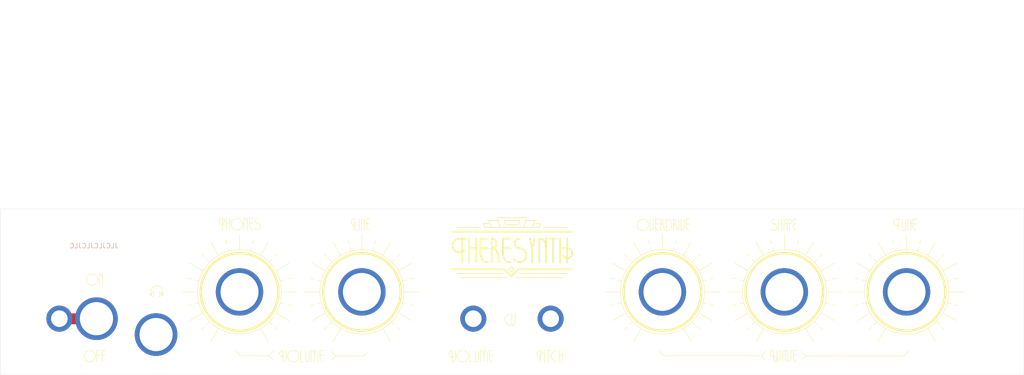
<source format=kicad_pcb>
(kicad_pcb (version 20221018) (generator pcbnew)
  (layers (0 "F.Cu" signal) (31 "B.Cu" signal) (34 "B.Paste" user) (35 "F.Paste" user) (36 "B.SilkS" user "B.Silkscreen") (37 "F.SilkS" user "F.Silkscreen") (38 "B.Mask" user) (39 "F.Mask" user) (44 "Edge.Cuts" user))
  (net 0 "")
  (footprint "theresynth-frontpanel:PotentiometerPanel_Hole" (layer "F.Cu") (at 93.5 147.5)
    (fp_text reference "REF**" hide)
    (fp_text value "PotentiometerPanel_Hole" hide)
    (pad "1" thru_hole circle (at 0 0) (size 10 10) (drill 8) (layers "*.Cu" "*.Mask"))
  )
  (footprint "theresynth-frontpanel:PotentiometerPanel_Hole" (layer "F.Cu") (at 119.5 131.97)
    (fp_text reference "REF**" hide)
    (fp_text value "PotentiometerPanel_Hole" hide)
    (pad "1" thru_hole circle (at -0.18 15.53) (size 10 10) (drill 8) (layers "*.Cu" "*.Mask"))
  )
  (footprint "theresynth-frontpanel:PotentiometerPanel_Hole" (layer "F.Cu") (at 234.5 116.47)
    (fp_text reference "REF**" hide)
    (fp_text value "PotentiometerPanel_Hole" hide)
    (pad "1" thru_hole circle (at -0.27 31.03) (size 10 10) (drill 8) (layers "*.Cu" "*.Mask"))
  )
  (footprint "theresynth-frontpanel:stereo_jack_panel_hole" (layer "F.Cu") (at 75.9 147.5)
    (fp_text reference "REF**" hide)
    (fp_text value "stereo_jack_panel_hole" hide)
    (pad "1" thru_hole circle (at 0 9) (size 9 9) (drill 7) (layers "*.Cu" "*.Mask"))
  )
  (footprint "theresynth-frontpanel:stereo_jack_panel_hole" (layer "F.Cu") (at 63.325 147.5)
    (fp_text reference "REF**" hide)
    (fp_text value "stereo_jack_panel_hole" hide)
    (pad "1" thru_hole circle (at 0 5.65) (size 9 9) (drill 7) (layers "*.Cu" "*.Mask"))
  )
  (footprint "theresynth-frontpanel:led_panel_hole" (layer "F.Cu") (at 55.5 130.77)
    (fp_text reference "REF**" hide)
    (fp_text value "led_panel_hole" hide)
    (pad "1" thru_hole circle (at 0 22.38) (size 5.5 5.5) (drill 3.5) (layers "*.Cu" "*.Mask"))
  )
  (footprint "theresynth-frontpanel:led_panel_hole" (layer "F.Cu") (at 142.8 108.47)
    (fp_text reference "REF**" hide)
    (fp_text value "led_panel_hole" hide)
    (pad "1" thru_hole circle (at 0.02 44.68) (size 5.5 5.5) (drill 3.5) (layers "*.Cu" "*.Mask"))
  )
  (footprint "theresynth-frontpanel:led_panel_hole" (layer "F.Cu") (at 159.1 86.17)
    (fp_text reference "REF**" hide)
    (fp_text value "led_panel_hole" hide)
    (pad "1" thru_hole circle (at 0.04 66.98) (size 5.5 5.5) (drill 3.5) (layers "*.Cu" "*.Mask"))
  )
  (footprint "theresynth-frontpanel:PotentiometerPanel_Hole" (layer "F.Cu") (at 208.5 116.47)
    (fp_text reference "REF**" hide)
    (fp_text value "PotentiometerPanel_Hole" hide)
    (pad "1" thru_hole circle (at -0.05 31.03) (size 10 10) (drill 8) (layers "*.Cu" "*.Mask"))
  )
  (footprint "theresynth-frontpanel:PotentiometerPanel_Hole" (layer "F.Cu") (at 183 116.47)
    (fp_text reference "REF**" hide)
    (fp_text value "PotentiometerPanel_Hole" hide)
    (pad "1" thru_hole circle (at -0.28 31.03) (size 10 10) (drill 8) (layers "*.Cu" "*.Mask"))
  )
  (gr_poly (pts (xy 59.4 154.27) (xy 57.8 154.27) (xy 57.8 152.07) (xy 59.4 152.07)) (stroke (width 0.1)) (fill solid) (layer "F.Cu"))
  (gr_line (start 142.1 159.86) (end 142.1 162.269449) (stroke (width 0.1)) (layer "F.SilkS"))
  (gr_line (start 142.1 162.269449) (end 142.808661 162.269449) (stroke (width 0.1)) (layer "F.SilkS"))
  (gr_curve (pts (xy 137.761419 160.318732) (xy 137.661383 160.593577) (xy 137.743929 160.901642) (xy 137.967985 161.089648)) (stroke (width 0.1)) (layer "F.SilkS"))
  (gr_curve (pts (xy 141.198401 162.1018) (xy 141.57022 161.887131) (xy 141.799269 161.490406) (xy 141.799269 161.061067)) (stroke (width 0.1)) (layer "F.SilkS"))
  (gr_curve (pts (xy 141.799269 161.061067) (xy 141.799269 160.631729) (xy 141.57022 160.235004) (xy 141.198401 160.020335)) (stroke (width 0.1)) (layer "F.SilkS"))
  (gr_curve (pts (xy 143.765256 162.226524) (xy 143.874844 162.167958) (xy 143.942352 162.059723) (xy 143.942352 161.94259)) (stroke (width 0.1)) (layer "F.SilkS"))
  (gr_line (start 143.233858 159.86) (end 143.233858 161.943724) (stroke (width 0.1)) (layer "F.SilkS"))
  (gr_curve (pts (xy 139.996667 162.1018) (xy 140.368485 162.31647) (xy 140.826583 162.31647) (xy 141.198401 162.1018)) (stroke (width 0.1)) (layer "F.SilkS"))
  (gr_curve (pts (xy 143.233971 161.94259) (xy 143.233971 162.059723) (xy 143.30148 162.167958) (xy 143.411067 162.226524)) (stroke (width 0.1)) (layer "F.SilkS"))
  (gr_curve (pts (xy 143.411067 162.226524) (xy 143.520655 162.28509) (xy 143.655669 162.28509) (xy 143.765256 162.226524)) (stroke (width 0.1)) (layer "F.SilkS"))
  (gr_curve (pts (xy 137.967985 161.089648) (xy 138.192041 161.277653) (xy 138.509759 161.30545) (xy 138.763058 161.159209)) (stroke (width 0.1)) (layer "F.SilkS"))
  (gr_curve (pts (xy 138.41496 162.269449) (xy 138.840157 162.269449) (xy 139.123622 161.844252) (xy 139.123622 161.277323)) (stroke (width 0.1)) (layer "F.SilkS"))
  (gr_line (start 145.785039 160.852126) (end 145.785039 162.269449) (stroke (width 0.1)) (layer "F.SilkS"))
  (gr_line (start 146.210236 161.259606) (end 146.210236 159.86) (stroke (width 0.1)) (layer "F.SilkS"))
  (gr_line (start 146.210236 159.86) (end 146.918897 159.86) (stroke (width 0.1)) (layer "F.SilkS"))
  (gr_line (start 138.41496 159.86) (end 138.41496 162.269449) (stroke (width 0.1)) (layer "F.SilkS"))
  (gr_curve (pts (xy 139.395799 161.061067) (xy 139.395799 161.490406) (xy 139.624848 161.887131) (xy 139.996667 162.1018)) (stroke (width 0.1)) (layer "F.SilkS"))
  (gr_curve (pts (xy 141.198401 160.020335) (xy 140.826583 159.805665) (xy 140.368485 159.805665) (xy 139.996667 160.020335)) (stroke (width 0.1)) (layer "F.SilkS"))
  (gr_curve (pts (xy 139.996667 160.020335) (xy 139.624848 160.235004) (xy 139.395799 160.631729) (xy 139.395799 161.061067)) (stroke (width 0.1)) (layer "F.SilkS"))
  (gr_line (start 139.123622 161.277323) (end 139.123622 159.86) (stroke (width 0.1)) (layer "F.SilkS"))
  (gr_line (start 139.395799 161.061067) (end 139.395799 161.061067) (stroke (width 0.1)) (layer "F.SilkS"))
  (gr_line (start 146.918897 160.852126) (end 146.210236 160.852126) (stroke (width 0.1)) (layer "F.SilkS"))
  (gr_line (start 143.942494 161.943865) (end 143.942494 159.860044) (stroke (width 0.1)) (layer "F.SilkS"))
  (gr_curve (pts (xy 144.367716 159.86) (xy 144.792913 159.86) (xy 145.076378 160.285197) (xy 145.076378 160.852126)) (stroke (width 0.1)) (layer "F.SilkS"))
  (gr_curve (pts (xy 138.415193 159.860955) (xy 138.122708 159.860955) (xy 137.861454 160.043887) (xy 137.761419 160.318732)) (stroke (width 0.1)) (layer "F.SilkS"))
  (gr_line (start 145.076378 162.269449) (end 145.076378 159.86) (stroke (width 0.1)) (layer "F.SilkS"))
  (gr_curve (pts (xy 146.918897 162.251732) (xy 146.4937 162.251732) (xy 146.210236 161.826535) (xy 146.210236 161.259606)) (stroke (width 0.1)) (layer "F.SilkS"))
  (gr_line (start 143.233858 161.943724) (end 143.233971 161.94259) (stroke (width 0.1)) (layer "F.SilkS"))
  (gr_line (start 143.942352 161.94259) (end 143.942494 161.943865) (stroke (width 0.1)) (layer "F.SilkS"))
  (gr_line (start 144.367716 162.269449) (end 144.367716 159.86) (stroke (width 0.1)) (layer "F.SilkS"))
  (gr_curve (pts (xy 145.076378 159.86) (xy 145.501574 159.86) (xy 145.785039 160.285197) (xy 145.785039 160.852126)) (stroke (width 0.1)) (layer "F.SilkS"))
  (gr_line (start 211.967321 160.001732) (end 212.959447 160.993858) (stroke (width 0.1)) (layer "F.SilkS"))
  (gr_line (start 212.959447 160.993858) (end 211.967321 161.985984) (stroke (width 0.1)) (layer "F.SilkS"))
  (gr_line (start 212.959447 160.993858) (end 233.707874 160.993858) (stroke (width 0.1)) (layer "F.SilkS"))
  (gr_line (start 218.912204 160.993858) (end 218.912204 160.993858) (stroke (width 0.1)) (layer "F.SilkS"))
  (gr_line (start 233.707874 160.993858) (end 234.7 160.001732) (stroke (width 0.1)) (layer "F.SilkS"))
  (gr_line (start 203.512204 160.970236) (end 204.50433 161.962362) (stroke (width 0.1)) (layer "F.SilkS"))
  (gr_line (start 203.512204 160.970236) (end 182.892126 160.970236) (stroke (width 0.1)) (layer "F.SilkS"))
  (gr_line (start 197.559447 160.970236) (end 197.559447 160.970236) (stroke (width 0.1)) (layer "F.SilkS"))
  (gr_line (start 204.50433 159.97811) (end 203.512204 160.970236) (stroke (width 0.1)) (layer "F.SilkS"))
  (gr_line (start 182.892126 160.97) (end 181.9 159.977874) (stroke (width 0.1)) (layer "F.SilkS"))
  (gr_circle (center 182.72 147.5) (end 190.9 147.5) (stroke (width 0.5)) (fill none) (layer "F.SilkS"))
  (gr_line (start 231.53 137.36) (end 231.324001 136.591794) (stroke (width 0.1)) (layer "F.SilkS"))
  (gr_line (start 223.341304 144.57336) (end 224.10953 144.7794) (stroke (width 0.1)) (layer "F.SilkS"))
  (gr_circle (center 234.23 147.5) (end 243.11 147.5) (stroke (width 0.1)) (fill none) (layer "F.SilkS"))
  (gr_line (start 241.102881 140.637935) (end 240.540675 141.200142) (stroke (width 0.1)) (layer "F.SilkS"))
  (gr_line (start 242.228446 139.513522) (end 241.66628 140.075729) (stroke (width 0.1)) (layer "F.SilkS"))
  (gr_line (start 226.263032 139.513522) (end 226.825239 140.075729) (stroke (width 0.1)) (layer "F.SilkS"))
  (gr_line (start 244.710622 141.453268) (end 241.955544 143.043472) (stroke (width 0.1)) (layer "F.SilkS"))
  (gr_line (start 222.161 147.495088) (end 225.342478 147.495088) (stroke (width 0.1)) (layer "F.SilkS"))
  (gr_line (start 244.381766 150.211887) (end 245.150174 150.417907) (stroke (width 0.1)) (layer "F.SilkS"))
  (gr_line (start 227.387445 140.637935) (end 227.949651 141.200142) (stroke (width 0.1)) (layer "F.SilkS"))
  (gr_line (start 226.534823 143.044563) (end 223.779664 141.453268) (stroke (width 0.1)) (layer "F.SilkS"))
  (gr_line (start 241.66628 154.915578) (end 242.228446 155.477764) (stroke (width 0.1)) (layer "F.SilkS"))
  (gr_line (start 227.949651 153.791165) (end 227.387445 154.353372) (stroke (width 0.1)) (layer "F.SilkS"))
  (gr_line (start 240.540675 153.791165) (end 241.102881 154.353372) (stroke (width 0.1)) (layer "F.SilkS"))
  (gr_line (start 225.646023 149.799807) (end 224.877777 150.005847) (stroke (width 0.1)) (layer "F.SilkS"))
  (gr_line (start 226.825239 154.915578) (end 226.263032 155.477764) (stroke (width 0.1)) (layer "F.SilkS"))
  (gr_line (start 234.245708 135.411509) (end 234.245708 138.593008) (stroke (width 0.1)) (layer "F.SilkS"))
  (gr_line (start 236.755357 138.127196) (end 236.549337 138.895402) (stroke (width 0.1)) (layer "F.SilkS"))
  (gr_line (start 237.167437 136.591794) (end 236.961397 137.36) (stroke (width 0.1)) (layer "F.SilkS"))
  (gr_line (start 242.845354 149.799807) (end 243.61356 150.005847) (stroke (width 0.1)) (layer "F.SilkS"))
  (gr_line (start 243.61356 144.98544) (end 242.845354 145.19146) (stroke (width 0.1)) (layer "F.SilkS"))
  (gr_line (start 245.150174 144.57336) (end 244.381766 144.7794) (stroke (width 0.1)) (layer "F.SilkS"))
  (gr_line (start 228.202818 157.961132) (end 229.794073 155.205973) (stroke (width 0.1)) (layer "F.SilkS"))
  (gr_line (start 224.877777 144.98544) (end 225.646023 145.19146) (stroke (width 0.1)) (layer "F.SilkS"))
  (gr_line (start 224.10953 150.211887) (end 223.341304 150.417907) (stroke (width 0.1)) (layer "F.SilkS"))
  (gr_line (start 231.94099 138.896413) (end 231.73495 138.128207) (stroke (width 0.1)) (layer "F.SilkS"))
  (gr_line (start 229.794073 139.785212) (end 228.202818 137.030134) (stroke (width 0.1)) (layer "F.SilkS"))
  (gr_line (start 238.697344 139.785212) (end 240.287529 137.030134) (stroke (width 0.1)) (layer "F.SilkS"))
  (gr_line (start 243.14896 147.495088) (end 246.329248 147.495088) (stroke (width 0.1)) (layer "F.SilkS"))
  (gr_line (start 226.534823 151.946723) (end 223.779685 153.537979) (stroke (width 0.1)) (layer "F.SilkS"))
  (gr_line (start 240.287529 157.961132) (end 238.697344 155.205973) (stroke (width 0.1)) (layer "F.SilkS"))
  (gr_line (start 244.710622 153.537979) (end 241.955544 151.946723) (stroke (width 0.1)) (layer "F.SilkS"))
  (gr_circle (center 234.23 147.5) (end 242.41 147.5) (stroke (width 0.5)) (fill none) (layer "F.SilkS"))
  (gr_line (start 116.6 137.37) (end 116.394001 136.601794) (stroke (width 0.1)) (layer "F.SilkS"))
  (gr_line (start 108.411304 144.58336) (end 109.17953 144.7894) (stroke (width 0.1)) (layer "F.SilkS"))
  (gr_circle (center 119.32 147.5) (end 128.2 147.5) (stroke (width 0.1)) (fill none) (layer "F.SilkS"))
  (gr_line (start 126.172881 140.647935) (end 125.610675 141.210142) (stroke (width 0.1)) (layer "F.SilkS"))
  (gr_line (start 127.298446 139.523522) (end 126.73628 140.085729) (stroke (width 0.1)) (layer "F.SilkS"))
  (gr_line (start 111.333032 139.523522) (end 111.895239 140.085729) (stroke (width 0.1)) (layer "F.SilkS"))
  (gr_line (start 129.780622 141.463268) (end 127.025544 143.053472) (stroke (width 0.1)) (layer "F.SilkS"))
  (gr_line (start 129.451766 150.221887) (end 130.220174 150.427907) (stroke (width 0.1)) (layer "F.SilkS"))
  (gr_line (start 112.457445 140.647935) (end 113.019651 141.210142) (stroke (width 0.1)) (layer "F.SilkS"))
  (gr_line (start 111.604823 143.054563) (end 108.849664 141.463268) (stroke (width 0.1)) (layer "F.SilkS"))
  (gr_line (start 126.73628 154.925578) (end 127.298446 155.487764) (stroke (width 0.1)) (layer "F.SilkS"))
  (gr_line (start 113.019651 153.801165) (end 112.457445 154.363372) (stroke (width 0.1)) (layer "F.SilkS"))
  (gr_line (start 125.610675 153.801165) (end 126.172881 154.363372) (stroke (width 0.1)) (layer "F.SilkS"))
  (gr_line (start 110.716023 149.809807) (end 109.947777 150.015847) (stroke (width 0.1)) (layer "F.SilkS"))
  (gr_line (start 111.895239 154.925578) (end 111.333032 155.487764) (stroke (width 0.1)) (layer "F.SilkS"))
  (gr_line (start 119.315708 135.421509) (end 119.315708 138.603008) (stroke (width 0.1)) (layer "F.SilkS"))
  (gr_line (start 121.825357 138.137196) (end 121.619337 138.905402) (stroke (width 0.1)) (layer "F.SilkS"))
  (gr_line (start 122.237437 136.601794) (end 122.031397 137.37) (stroke (width 0.1)) (layer "F.SilkS"))
  (gr_line (start 127.915354 149.809807) (end 128.68356 150.015847) (stroke (width 0.1)) (layer "F.SilkS"))
  (gr_line (start 128.68356 144.99544) (end 127.915354 145.20146) (stroke (width 0.1)) (layer "F.SilkS"))
  (gr_line (start 130.220174 144.58336) (end 129.451766 144.7894) (stroke (width 0.1)) (layer "F.SilkS"))
  (gr_line (start 113.272818 157.971132) (end 114.864073 155.215973) (stroke (width 0.1)) (layer "F.SilkS"))
  (gr_line (start 109.947777 144.99544) (end 110.716023 145.20146) (stroke (width 0.1)) (layer "F.SilkS"))
  (gr_line (start 109.17953 150.221887) (end 108.411304 150.427907) (stroke (width 0.1)) (layer "F.SilkS"))
  (gr_line (start 117.01099 138.906413) (end 116.80495 138.138207) (stroke (width 0.1)) (layer "F.SilkS"))
  (gr_line (start 114.864073 139.795212) (end 113.272818 137.040134) (stroke (width 0.1)) (layer "F.SilkS"))
  (gr_line (start 123.767344 139.795212) (end 125.357529 137.040134) (stroke (width 0.1)) (layer "F.SilkS"))
  (gr_line (start 128.21896 147.505088) (end 131.399248 147.505088) (stroke (width 0.1)) (layer "F.SilkS"))
  (gr_line (start 111.604823 151.956723) (end 108.849685 153.547979) (stroke (width 0.1)) (layer "F.SilkS"))
  (gr_line (start 125.357529 157.971132) (end 123.767344 155.215973) (stroke (width 0.1)) (layer "F.SilkS"))
  (gr_line (start 129.780622 153.547979) (end 127.025544 151.956723) (stroke (width 0.1)) (layer "F.SilkS"))
  (gr_circle (center 119.32 147.5) (end 127.5 147.5) (stroke (width 0.5)) (fill none) (layer "F.SilkS"))
  (gr_line (start 107.21896 147.505088) (end 110.399248 147.505088) (stroke (width 0.1)) (layer "F.SilkS"))
  (gr_circle (center 93.52 147.5) (end 101.7 147.5) (stroke (width 0.5)) (fill none) (layer "F.SilkS"))
  (gr_line (start 87.472818 157.971132) (end 89.064073 155.215973) (stroke (width 0.1)) (layer "F.SilkS"))
  (gr_line (start 99.810675 153.801165) (end 100.372881 154.363372) (stroke (width 0.1)) (layer "F.SilkS"))
  (gr_line (start 102.41896 147.505088) (end 105.599248 147.505088) (stroke (width 0.1)) (layer "F.SilkS"))
  (gr_line (start 89.064073 139.795212) (end 87.472818 137.040134) (stroke (width 0.1)) (layer "F.SilkS"))
  (gr_line (start 84.916023 149.809807) (end 84.147777 150.015847) (stroke (width 0.1)) (layer "F.SilkS"))
  (gr_line (start 85.804823 151.956723) (end 83.049685 153.547979) (stroke (width 0.1)) (layer "F.SilkS"))
  (gr_line (start 96.437437 136.601794) (end 96.231397 137.37) (stroke (width 0.1)) (layer "F.SilkS"))
  (gr_line (start 86.095239 154.925578) (end 85.533032 155.487764) (stroke (width 0.1)) (layer "F.SilkS"))
  (gr_line (start 100.93628 154.925578) (end 101.498446 155.487764) (stroke (width 0.1)) (layer "F.SilkS"))
  (gr_line (start 99.557529 157.971132) (end 97.967344 155.215973) (stroke (width 0.1)) (layer "F.SilkS"))
  (gr_line (start 85.804823 143.054563) (end 83.049664 141.463268) (stroke (width 0.1)) (layer "F.SilkS"))
  (gr_line (start 93.515708 135.421509) (end 93.515708 138.603008) (stroke (width 0.1)) (layer "F.SilkS"))
  (gr_line (start 91.21099 138.906413) (end 91.00495 138.138207) (stroke (width 0.1)) (layer "F.SilkS"))
  (gr_line (start 81.41896 147.505088) (end 84.599248 147.505088) (stroke (width 0.1)) (layer "F.SilkS"))
  (gr_line (start 96.025357 138.137196) (end 95.819337 138.905402) (stroke (width 0.1)) (layer "F.SilkS"))
  (gr_line (start 83.37953 150.221887) (end 82.611304 150.427907) (stroke (width 0.1)) (layer "F.SilkS"))
  (gr_line (start 102.115354 149.809807) (end 102.88356 150.015847) (stroke (width 0.1)) (layer "F.SilkS"))
  (gr_line (start 84.147777 144.99544) (end 84.916023 145.20146) (stroke (width 0.1)) (layer "F.SilkS"))
  (gr_line (start 104.420174 144.58336) (end 103.651766 144.7894) (stroke (width 0.1)) (layer "F.SilkS"))
  (gr_line (start 103.980622 141.463268) (end 101.225544 143.053472) (stroke (width 0.1)) (layer "F.SilkS"))
  (gr_line (start 101.498446 139.523522) (end 100.93628 140.085729) (stroke (width 0.1)) (layer "F.SilkS"))
  (gr_circle (center 93.52 147.5) (end 102.4 147.5) (stroke (width 0.1)) (fill none) (layer "F.SilkS"))
  (gr_line (start 97.967344 139.795212) (end 99.557529 137.040134) (stroke (width 0.1)) (layer "F.SilkS"))
  (gr_line (start 87.219651 153.801165) (end 86.657445 154.363372) (stroke (width 0.1)) (layer "F.SilkS"))
  (gr_line (start 103.651766 150.221887) (end 104.420174 150.427907) (stroke (width 0.1)) (layer "F.SilkS"))
  (gr_line (start 102.88356 144.99544) (end 102.115354 145.20146) (stroke (width 0.1)) (layer "F.SilkS"))
  (gr_line (start 86.657445 140.647935) (end 87.219651 141.210142) (stroke (width 0.1)) (layer "F.SilkS"))
  (gr_line (start 85.533032 139.523522) (end 86.095239 140.085729) (stroke (width 0.1)) (layer "F.SilkS"))
  (gr_line (start 90.8 137.37) (end 90.594001 136.601794) (stroke (width 0.1)) (layer "F.SilkS"))
  (gr_line (start 103.980622 153.547979) (end 101.225544 151.956723) (stroke (width 0.1)) (layer "F.SilkS"))
  (gr_line (start 100.372881 140.647935) (end 99.810675 141.210142) (stroke (width 0.1)) (layer "F.SilkS"))
  (gr_line (start 82.611304 144.58336) (end 83.37953 144.7894) (stroke (width 0.1)) (layer "F.SilkS"))
  (gr_curve (pts (xy 159.289998 161.040545) (xy 159.289998 161.704245) (xy 159.828032 162.24228) (xy 160.491732 162.24228)) (stroke (width 0.1)) (layer "F.SilkS"))
  (gr_curve (pts (xy 60.711446 161.038884) (xy 60.711446 161.468223) (xy 60.940496 161.864948) (xy 61.312314 162.079617)) (stroke (width 0.1)) (layer "F.SilkS"))
  (gr_curve (pts (xy 104.246667 160.020335) (xy 103.874848 160.235004) (xy 103.645799 160.631729) (xy 103.645799 161.061067)) (stroke (width 0.1)) (layer "F.SilkS"))
  (gr_curve (pts (xy 96.740929 132.585382) (xy 96.782686 132.822197) (xy 96.988443 132.994847) (xy 97.22891 132.994847)) (stroke (width 0.1)) (layer "F.SilkS"))
  (gr_line (start 103.645799 161.061067) (end 103.645799 161.061067) (stroke (width 0.1)) (layer "F.SilkS"))
  (gr_curve (pts (xy 111.168897 162.251732) (xy 110.7437 162.251732) (xy 110.460236 161.826535) (xy 110.460236 161.259606)) (stroke (width 0.1)) (layer "F.SilkS"))
  (gr_line (start 211.042124 133.152126) (end 210.333463 133.152126) (stroke (width 0.1)) (layer "F.SilkS"))
  (gr_curve (pts (xy 179.824081 133.38576) (xy 179.824081 132.72206) (xy 179.286046 132.184025) (xy 178.622346 132.184025)) (stroke (width 0.1)) (layer "F.SilkS"))
  (gr_line (start 155.256408 133.914604) (end 155.84647 132.445526) (stroke (width 0.15)) (layer "F.SilkS"))
  (gr_line (start 153.48622 133.914604) (end 154.076283 131.857887) (stroke (width 0.15)) (layer "F.SilkS"))
  (gr_line (start 141.98 141.26) (end 141.98 136.265134) (stroke (width 0.36)) (layer "F.SilkS"))
  (gr_line (start 206.19882 159.782834) (end 206.19882 162.192283) (stroke (width 0.1)) (layer "F.SilkS"))
  (gr_line (start 77.199677 147.460393) (end 77.199677 148.310787) (stroke (width 0.1)) (layer "F.SilkS"))
  (gr_line (start 146.110438 132.445526) (end 148.047941 132.445526) (stroke (width 0.15)) (layer "F.SilkS"))
  (gr_line (start 212.947344 139.785212) (end 214.537529 137.030134) (stroke (width 0.1)) (layer "F.SilkS"))
  (gr_curve (pts (xy 205.735247 132.74266) (xy 205.777004 132.979475) (xy 205.982762 133.152126) (xy 206.223227 133.152126)) (stroke (width 0.1)) (layer "F.SilkS"))
  (gr_line (start 91.477559 132.97496) (end 90.768897 132.97496) (stroke (width 0.1)) (layer "F.SilkS"))
  (gr_line (start 108.617716 162.269449) (end 108.617716 159.86) (stroke (width 0.1)) (layer "F.SilkS"))
  (gr_line (start 110.460236 159.86) (end 111.168897 159.86) (stroke (width 0.1)) (layer "F.SilkS"))
  (gr_curve (pts (xy 206.19882 162.192283) (xy 206.624017 162.192283) (xy 206.90748 161.767086) (xy 206.90748 161.200157)) (stroke (width 0.1)) (layer "F.SilkS"))
  (gr_curve (pts (xy 94.166268 133.188884) (xy 94.166268 132.759545) (xy 93.937219 132.36282) (xy 93.565401 132.148151)) (stroke (width 0.1)) (layer "F.SilkS"))
  (gr_line (start 77.348031 148.027323) (end 77.064566 148.027323) (stroke (width 0.1)) (layer "F.SilkS"))
  (gr_line (start 211.017718 160.77496) (end 210.309056 160.77496) (stroke (width 0.1)) (layer "F.SilkS"))
  (gr_line (start 234.446063 134.569449) (end 234.446063 132.16) (stroke (width 0.1)) (layer "F.SilkS"))
  (gr_line (start 158.206721 136.265134) (end 158.206721 136.265134) (stroke (width 0.36)) (layer "F.SilkS"))
  (gr_line (start 150.830939 142.141453) (end 151.421001 142.729087) (stroke (width 0.15)) (layer "F.SilkS"))
  (gr_curve (pts (xy 107.661067 162.226524) (xy 107.770655 162.28509) (xy 107.905669 162.28509) (xy 108.015256 162.226524)) (stroke (width 0.1)) (layer "F.SilkS"))
  (gr_curve (pts (xy 181.951574 134.569449) (xy 181.526377 134.569449) (xy 181.242913 134.144252) (xy 181.242913 133.577323)) (stroke (width 0.1)) (layer "F.SilkS"))
  (gr_line (start 205.78 137.36) (end 205.574001 136.591794) (stroke (width 0.1)) (layer "F.SilkS"))
  (gr_line (start 175.004823 151.956723) (end 172.249685 153.547979) (stroke (width 0.1)) (layer "F.SilkS"))
  (gr_line (start 217.86356 144.98544) (end 217.095354 145.19146) (stroke (width 0.1)) (layer "F.SilkS"))
  (gr_line (start 152.595966 138.319667) (end 152.595966 138.319667) (stroke (width 0.36)) (layer "F.SilkS"))
  (gr_line (start 138.439625 142.729087) (end 149.355783 142.729087) (stroke (width 0.36)) (layer "F.SilkS"))
  (gr_curve (pts (xy 92.363666 134.229617) (xy 92.735484 134.444286) (xy 93.193582 134.444286) (xy 93.565401 134.229617)) (stroke (width 0.1)) (layer "F.SilkS"))
  (gr_curve (pts (xy 206.199055 159.78379) (xy 205.906571 159.783789) (xy 205.645317 159.966721) (xy 205.545281 160.241567)) (stroke (width 0.1)) (layer "F.SilkS"))
  (gr_line (start 113.759447 160.993858) (end 112.767321 161.985984) (stroke (width 0.1)) (layer "F.SilkS"))
  (gr_line (start 233.312204 134.243724) (end 233.312318 134.24259) (stroke (width 0.1)) (layer "F.SilkS"))
  (gr_line (start 148.175657 140.378562) (end 148.175657 141.26001) (stroke (width 0.36)) (layer "F.SilkS"))
  (gr_curve (pts (xy 156.731565 136.265134) (xy 157.616658 136.265134) (xy 158.206721 137.146583) (xy 158.206721 138.321846)) (stroke (width 0.36)) (layer "F.SilkS"))
  (gr_line (start 156.731565 133.914604) (end 155.256408 133.914604) (stroke (width 0.15)) (layer "F.SilkS"))
  (gr_curve (pts (xy 145.815407 141.223273) (xy 144.930313 141.223273) (xy 144.340251 140.34183) (xy 144.340251 139.166567)) (stroke (width 0.36)) (layer "F.SilkS"))
  (gr_line (start 60.711446 161.038884) (end 60.711446 161.038884) (stroke (width 0.1)) (layer "F.SilkS"))
  (gr_line (start 157.798819 162.242283) (end 157.798819 159.832834) (stroke (width 0.1)) (layer "F.SilkS"))
  (gr_line (start 106.35 162.269449) (end 107.058661 162.269449) (stroke (width 0.1)) (layer "F.SilkS"))
  (gr_curve (pts (xy 91.762798 133.188884) (xy 91.762798 133.618223) (xy 91.991848 134.014948) (xy 92.363666 134.229617)) (stroke (width 0.1)) (layer "F.SilkS"))
  (gr_line (start 217.39896 147.495088) (end 220.579248 147.495088) (stroke (width 0.1)) (layer "F.SilkS"))
  (gr_line (start 235.154724 133.152126) (end 235.154724 132.16) (stroke (width 0.1)) (layer "F.SilkS"))
  (gr_line (start 143.455157 141.26) (end 143.455157 136.265134) (stroke (width 0.36)) (layer "F.SilkS"))
  (gr_line (start 209.483072 132.16) (end 209.483072 132.16) (stroke (width 0.1)) (layer "F.SilkS"))
  (gr_line (start 120.323228 132.082834) (end 121.031889 132.082834) (stroke (width 0.1)) (layer "F.SilkS"))
  (gr_line (start 144.930313 133.033155) (end 145.225345 133.914604) (stroke (width 0.15)) (layer "F.SilkS"))
  (gr_line (start 149.355783 142.729087) (end 150.830939 144.198165) (stroke (width 0.36)) (layer "F.SilkS"))
  (gr_line (start 150.978454 133.914604) (end 153.48622 133.914604) (stroke (width 0.15)) (layer "F.SilkS"))
  (gr_curve (pts (xy 102.217985 161.089648) (xy 102.442041 161.277653) (xy 102.759759 161.30545) (xy 103.013058 161.159209)) (stroke (width 0.1)) (layer "F.SilkS"))
  (gr_curve (pts (xy 96.296456 134.374567) (xy 95.87126 134.374567) (xy 95.587795 133.94937) (xy 95.587795 133.382441)) (stroke (width 0.1)) (layer "F.SilkS"))
  (gr_line (start 150.535908 138.321846) (end 149.060751 138.321846) (stroke (width 0.36)) (layer "F.SilkS"))
  (gr_line (start 218.960622 141.453268) (end 216.205544 143.043472) (stroke (width 0.1)) (layer "F.SilkS"))
  (gr_line (start 180.109055 132.177716) (end 180.109055 134.587165) (stroke (width 0.1)) (layer "F.SilkS"))
  (gr_line (start 140.504844 141.26) (end 140.504844 136.265134) (stroke (width 0.36)) (layer "F.SilkS"))
  (gr_line (start 204.044073 139.785212) (end 202.452818 137.030134) (stroke (width 0.1)) (layer "F.SilkS"))
  (gr_line (start 93.759447 160.970236) (end 93.759447 160.970236) (stroke (width 0.1)) (layer "F.SilkS"))
  (gr_line (start 236.288582 133.152126) (end 235.579921 133.152126) (stroke (width 0.1)) (layer "F.SilkS"))
  (gr_line (start 158.206721 138.321846) (end 158.206721 136.265134) (stroke (width 0.36)) (layer "F.SilkS"))
  (gr_line (start 75.363779 147.460393) (end 75.363779 148.594252) (stroke (width 0.1)) (layer "F.SilkS"))
  (gr_line (start 156.731565 141.26) (end 156.731565 136.265134) (stroke (width 0.36)) (layer "F.SilkS"))
  (gr_curve (pts (xy 160.491733 159.838811) (xy 159.828034 159.838811) (xy 159.289999 160.376846) (xy 159.289998 161.040545)) (stroke (width 0.1)) (layer "F.SilkS"))
  (gr_curve (pts (xy 209.175198 162.192283) (xy 209.600392 162.192283) (xy 209.883858 161.767086) (xy 209.883858 161.200157)) (stroke (width 0.1)) (layer "F.SilkS"))
  (gr_line (start 190.698446 139.523522) (end 190.13628 140.085729) (stroke (width 0.1)) (layer "F.SilkS"))
  (gr_curve (pts (xy 102.66496 162.269449) (xy 103.090157 162.269449) (xy 103.373622 161.844252) (xy 103.373622 161.277323)) (stroke (width 0.1)) (layer "F.SilkS"))
  (gr_line (start 172.57953 150.221887) (end 171.811304 150.427907) (stroke (width 0.1)) (layer "F.SilkS"))
  (gr_curve (pts (xy 206.461184 134.501433) (xy 206.14391 134.616911) (xy 205.789524 134.487926) (xy 205.620707 134.195525)) (stroke (width 0.1)) (layer "F.SilkS"))
  (gr_line (start 187.167344 139.795212) (end 188.757529 137.040134) (stroke (width 0.1)) (layer "F.SilkS"))
  (gr_line (start 163.51728 142.729087) (end 163.51728 142.729087) (stroke (width 0.36)) (layer "F.SilkS"))
  (gr_line (start 145.225345 133.914604) (end 146.700501 133.914604) (stroke (width 0.15)) (layer "F.SilkS"))
  (gr_curve (pts (xy 61.312314 162.079617) (xy 61.684132 162.294286) (xy 62.142231 162.294286) (xy 62.514049 162.079617)) (stroke (width 0.1)) (layer "F.SilkS"))
  (gr_line (start 185.637437 136.601794) (end 185.431397 137.37) (stroke (width 0.1)) (layer "F.SilkS"))
  (gr_line (start 201.075239 154.915578) (end 200.513032 155.477764) (stroke (width 0.1)) (layer "F.SilkS"))
  (gr_line (start 180.41099 138.906413) (end 180.20495 138.138207) (stroke (width 0.1)) (layer "F.SilkS"))
  (gr_curve (pts (xy 146.700501 136.265134) (xy 147.270159 136.265134) (xy 147.731957 136.727327) (xy 147.731957 137.294638)) (stroke (width 0.36)) (layer "F.SilkS"))
  (gr_curve (pts (xy 61.216135 144.888884) (xy 61.216135 145.318223) (xy 61.445184 145.714948) (xy 61.817002 145.929617)) (stroke (width 0.1)) (layer "F.SilkS"))
  (gr_line (start 109.326378 162.269449) (end 109.326378 159.86) (stroke (width 0.1)) (layer "F.SilkS"))
  (gr_curve (pts (xy 105.448401 162.1018) (xy 105.82022 161.887131) (xy 106.049269 161.490406) (xy 106.049269 161.061067)) (stroke (width 0.1)) (layer "F.SilkS"))
  (gr_line (start 161.62559 160.82496) (end 160.916929 160.82496) (stroke (width 0.1)) (layer "F.SilkS"))
  (gr_curve (pts (xy 89.900621 131.982738) (xy 89.608137 131.982738) (xy 89.346883 132.16567) (xy 89.246847 132.440516)) (stroke (width 0.1)) (layer "F.SilkS"))
  (gr_curve (pts (xy 180.109055 134.587165) (xy 180.534252 134.587165) (xy 180.817716 134.161968) (xy 180.817716 133.595039)) (stroke (width 0.1)) (layer "F.SilkS"))
  (gr_line (start 151.661023 153.600157) (end 151.661023 152.182834) (stroke (width 0.1)) (layer "F.SilkS"))
  (gr_line (start 209.175198 159.782834) (end 209.175198 162.192283) (stroke (width 0.1)) (layer "F.SilkS"))
  (gr_line (start 156.948425 162.242283) (end 156.948425 159.832834) (stroke (width 0.1)) (layer "F.SilkS"))
  (gr_curve (pts (xy 151.58018 137.470833) (xy 151.667102 137.961756) (xy 152.095408 138.319667) (xy 152.595966 138.319667)) (stroke (width 0.36)) (layer "F.SilkS"))
  (gr_curve (pts (xy 205.545281 160.241567) (xy 205.445245 160.516412) (xy 205.527791 160.824477) (xy 205.751847 161.012482)) (stroke (width 0.1)) (layer "F.SilkS"))
  (gr_line (start 191.315354 149.809807) (end 192.08356 150.015847) (stroke (width 0.1)) (layer "F.SilkS"))
  (gr_line (start 210.309056 161.182441) (end 210.309056 159.782834) (stroke (width 0.1)) (layer "F.SilkS"))
  (gr_line (start 64.619685 143.682835) (end 64.619685 143.682835) (stroke (width 0.1)) (layer "F.SilkS"))
  (gr_line (start 197.591304 144.57336) (end 198.35953 144.7794) (stroke (width 0.1)) (layer "F.SilkS"))
  (gr_line (start 181.242913 133.577323) (end 181.242913 132.177716) (stroke (width 0.1)) (layer "F.SilkS"))
  (gr_line (start 110.035039 160.852126) (end 110.035039 162.269449) (stroke (width 0.1)) (layer "F.SilkS"))
  (gr_line (start 150.830939 144.198165) (end 152.306093 142.729087) (stroke (width 0.36)) (layer "F.SilkS"))
  (gr_curve (pts (xy 231.731256 133.389648) (xy 231.955312 133.577654) (xy 232.273031 133.605451) (xy 232.52633 133.459209)) (stroke (width 0.1)) (layer "F.SilkS"))
  (gr_line (start 95.162598 132.97496) (end 95.162598 134.392283) (stroke (width 0.1)) (layer "F.SilkS"))
  (gr_curve (pts (xy 89.246847 132.440516) (xy 89.146812 132.715362) (xy 89.229357 133.023427) (xy 89.453414 133.211432)) (stroke (width 0.1)) (layer "F.SilkS"))
  (gr_curve (pts (xy 156.27741 160.290516) (xy 156.177375 160.565362) (xy 156.25992 160.873427) (xy 156.483977 161.061432)) (stroke (width 0.1)) (layer "F.SilkS"))
  (gr_curve (pts (xy 97.22891 132.994847) (xy 97.566545 132.994847) (xy 97.855443 133.237063) (xy 97.914072 133.569568)) (stroke (width 0.1)) (layer "F.SilkS"))
  (gr_line (start 211.417437 136.591794) (end 211.211397 137.36) (stroke (width 0.1)) (layer "F.SilkS"))
  (gr_line (start 196.411 147.495088) (end 199.592478 147.495088) (stroke (width 0.1)) (layer "F.SilkS"))
  (gr_line (start 202.452818 157.961132) (end 204.044073 155.205973) (stroke (width 0.1)) (layer "F.SilkS"))
  (gr_line (start 152.307748 133.32697) (end 152.618483 132.445521) (stroke (width 0.15)) (layer "F.SilkS"))
  (gr_line (start 216.478446 139.513522) (end 215.91628 140.075729) (stroke (width 0.1)) (layer "F.SilkS"))
  (gr_line (start 75.363779 148.594252) (end 74.938582 148.169055) (stroke (width 0.1)) (layer "F.SilkS"))
  (gr_line (start 111.168897 160.852126) (end 110.460236 160.852126) (stroke (width 0.1)) (layer "F.SilkS"))
  (gr_line (start 188.757529 157.971132) (end 187.167344 155.215973) (stroke (width 0.1)) (layer "F.SilkS"))
  (gr_line (start 193.620174 144.58336) (end 192.851766 144.7894) (stroke (width 0.1)) (layer "F.SilkS"))
  (gr_curve (pts (xy 150.535908 141.223273) (xy 149.650813 141.223273) (xy 149.060751 140.34183) (xy 149.060751 139.166567)) (stroke (width 0.36)) (layer "F.SilkS"))
  (gr_line (start 186.62874 132.177716) (end 186.62874 134.587165) (stroke (width 0.1)) (layer "F.SilkS"))
  (gr_line (start 149.666518 133.32697) (end 150.987134 133.32697) (stroke (width 0.15)) (layer "F.SilkS"))
  (gr_line (start 108.192494 161.943865) (end 108.192494 159.860044) (stroke (width 0.1)) (layer "F.SilkS"))
  (gr_curve (pts (xy 177.420611 133.38576) (xy 177.420611 133.815099) (xy 177.64966 134.211824) (xy 178.021478 134.426493)) (stroke (width 0.1)) (layer "F.SilkS"))
  (gr_line (start 207.924017 134.569449) (end 207.924017 132.16) (stroke (width 0.1)) (layer "F.SilkS"))
  (gr_line (start 208.750001 160.77496) (end 208.04134 160.77496) (stroke (width 0.1)) (layer "F.SilkS"))
  (gr_line (start 176.672818 157.971132) (end 178.264073 155.215973) (stroke (width 0.1)) (layer "F.SilkS"))
  (gr_line (start 149.945845 144.491979) (end 140.209813 144.491979) (stroke (width 0.15)) (layer "F.SilkS"))
  (gr_line (start 185.778346 134.161968) (end 185.778346 134.587165) (stroke (width 0.1)) (layer "F.SilkS"))
  (gr_line (start 144.340251 139.166567) (end 144.340251 136.265134) (stroke (width 0.36)) (layer "F.SilkS"))
  (gr_curve (pts (xy 89.453414 133.211432) (xy 89.67747 133.399437) (xy 89.995188 133.427234) (xy 90.248487 133.280992)) (stroke (width 0.1)) (layer "F.SilkS"))
  (gr_line (start 65.247639 160.82496) (end 64.538976 160.82496) (stroke (width 0.1)) (layer "F.SilkS"))
  (gr_curve (pts (xy 139.190903 138.958437) (xy 139.758567 139.284828) (xy 140.475589 139.19082) (xy 140.939085 138.729233)) (stroke (width 0.36)) (layer "F.SilkS"))
  (gr_line (start 146.700501 141.26001) (end 146.700501 136.265134) (stroke (width 0.36)) (layer "F.SilkS"))
  (gr_curve (pts (xy 61.817002 145.929617) (xy 62.18882 146.144286) (xy 62.646919 146.144286) (xy 63.018737 145.929617)) (stroke (width 0.1)) (layer "F.SilkS"))
  (gr_line (start 141.389938 136.265134) (end 139.914781 136.265134) (stroke (width 0.36)) (layer "F.SilkS"))
  (gr_line (start 187.762598 133.577323) (end 187.762598 132.177716) (stroke (width 0.1)) (layer "F.SilkS"))
  (gr_line (start 178.264073 139.795212) (end 176.672818 137.040134) (stroke (width 0.1)) (layer "F.SilkS"))
  (gr_line (start 139.324719 143.610531) (end 149.060751 143.610531) (stroke (width 0.15)) (layer "F.SilkS"))
  (gr_curve (pts (xy 61.913181 159.837149) (xy 61.249482 159.837149) (xy 60.711447 160.375184) (xy 60.711446 161.038884)) (stroke (width 0.1)) (layer "F.SilkS"))
  (gr_line (start 219.400174 144.57336) (end 218.631766 144.7794) (stroke (width 0.1)) (layer "F.SilkS"))
  (gr_line (start 232.887008 132.16) (end 232.178346 132.16) (stroke (width 0.1)) (layer "F.SilkS"))
  (gr_curve (pts (xy 63.911023 143.682834) (xy 64.33622 143.682834) (xy 64.619685 144.108031) (xy 64.619685 144.67496)) (stroke (width 0.1)) (layer "F.SilkS"))
  (gr_line (start 186.203543 134.587165) (end 186.203543 132.177716) (stroke (width 0.1)) (layer "F.SilkS"))
  (gr_curve (pts (xy 234.446063 132.16) (xy 234.871259 132.16) (xy 235.154724 132.585197) (xy 235.154724 133.152126)) (stroke (width 0.1)) (layer "F.SilkS"))
  (gr_line (start 210.309056 159.782834) (end 211.017718 159.782834) (stroke (width 0.1)) (layer "F.SilkS"))
  (gr_line (start 159.074409 159.832834) (end 158.224015 159.832834) (stroke (width 0.1)) (layer "F.SilkS"))
  (gr_curve (pts (xy 107.483971 161.94259) (xy 107.483971 162.059723) (xy 107.55148 162.167958) (xy 107.661067 162.226524)) (stroke (width 0.1)) (layer "F.SilkS"))
  (gr_line (start 235.154724 133.152126) (end 235.154724 134.569449) (stroke (width 0.1)) (layer "F.SilkS"))
  (gr_line (start 96.296456 132.97496) (end 95.587795 132.97496) (stroke (width 0.1)) (layer "F.SilkS"))
  (gr_line (start 161.157033 138.321846) (end 162.632189 138.321846) (stroke (width 0.36)) (layer "F.SilkS"))
  (gr_curve (pts (xy 236.288582 134.551732) (xy 235.863386 134.551732) (xy 235.579921 134.126535) (xy 235.579921 133.559606)) (stroke (width 0.1)) (layer "F.SilkS"))
  (gr_line (start 155.84647 132.445526) (end 153.908968 132.445526) (stroke (width 0.15)) (layer "F.SilkS"))
  (gr_line (start 158.206721 138.321846) (end 158.206721 141.26) (stroke (width 0.36)) (layer "F.SilkS"))
  (gr_line (start 149.060751 136.265134) (end 150.535908 136.265134) (stroke (width 0.36)) (layer "F.SilkS"))
  (gr_curve (pts (xy 61.817002 143.848151) (xy 61.445184 144.06282) (xy 61.216135 144.459545) (xy 61.216135 144.888884)) (stroke (width 0.1)) (layer "F.SilkS"))
  (gr_line (start 138.439625 134.796052) (end 163.51728 134.796052) (stroke (width 0.36)) (layer "F.SilkS"))
  (gr_curve (pts (xy 102.011419 160.318732) (xy 101.911383 160.593577) (xy 101.993929 160.901642) (xy 102.217985 161.089648)) (stroke (width 0.1)) (layer "F.SilkS"))
  (gr_curve (pts (xy 97.914072 133.569568) (xy 97.972701 133.902072) (xy 97.784137 134.228677) (xy 97.466865 134.344155)) (stroke (width 0.1)) (layer "F.SilkS"))
  (gr_curve (pts (xy 92.363666 132.148151) (xy 91.991848 132.36282) (xy 91.762798 132.759545) (xy 91.762798 133.188884)) (stroke (width 0.1)) (layer "F.SilkS"))
  (gr_curve (pts (xy 178.622346 132.184025) (xy 177.958646 132.184025) (xy 177.420611 132.72206) (xy 177.420611 133.38576)) (stroke (width 0.1)) (layer "F.SilkS"))
  (gr_line (start 150.952363 152.182834) (end 150.952363 154.592283) (stroke (width 0.1)) (layer "F.SilkS"))
  (gr_curve (pts (xy 63.018737 143.848151) (xy 62.646919 143.633482) (xy 62.18882 143.633482) (xy 61.817002 143.848151)) (stroke (width 0.1)) (layer "F.SilkS"))
  (gr_line (start 191.61896 147.505088) (end 194.799248 147.505088) (stroke (width 0.1)) (layer "F.SilkS"))
  (gr_line (start 150.987134 133.32697) (end 152.307748 133.32697) (stroke (width 0.15)) (layer "F.SilkS"))
  (gr_line (start 64.619685 144.67496) (end 64.619685 146.092283) (stroke (width 0.1)) (layer "F.SilkS"))
  (gr_curve (pts (xy 156.948425 159.832834) (xy 157.222087 159.832834) (xy 157.443934 160.055789) (xy 157.443934 160.32945)) (stroke (width 0.1)) (layer "F.SilkS"))
  (gr_line (start 173.347777 144.99544) (end 174.116023 145.20146) (stroke (width 0.1)) (layer "F.SilkS"))
  (gr_curve (pts (xy 104.246667 162.1018) (xy 104.618485 162.31647) (xy 105.076583 162.31647) (xy 105.448401 162.1018)) (stroke (width 0.1)) (layer "F.SilkS"))
  (gr_curve (pts (xy 206.223227 133.152126) (xy 206.560863 133.152126) (xy 206.849763 133.394342) (xy 206.90839 133.726846)) (stroke (width 0.1)) (layer "F.SilkS"))
  (gr_line (start 64.619685 144.67496) (end 64.619685 143.682835) (stroke (width 0.1)) (layer "F.SilkS"))
  (gr_line (start 146.700501 136.265134) (end 146.700501 136.265134) (stroke (width 0.36)) (layer "F.SilkS"))
  (gr_line (start 209.057875 133.152126) (end 208.349214 133.152126) (stroke (width 0.1)) (layer "F.SilkS"))
  (gr_line (start 93.759447 160.970236) (end 92.767321 159.97811) (stroke (width 0.1)) (layer "F.SilkS"))
  (gr_curve (pts (xy 162.649857 138.322851) (xy 163.150416 138.32285) (xy 163.578722 138.680761) (xy 163.665644 139.171685)) (stroke (width 0.36)) (layer "F.SilkS"))
  (gr_curve (pts (xy 75.148121 146.59292) (xy 74.922752 146.818289) (xy 74.796141 147.123956) (xy 74.796141 147.442676)) (stroke (width 0.1)) (layer "F.SilkS"))
  (gr_line (start 91.477559 134.392283) (end 91.477559 131.982834) (stroke (width 0.1)) (layer "F.SilkS"))
  (gr_line (start 148.470688 133.914604) (end 150.978454 133.914604) (stroke (width 0.15)) (layer "F.SilkS"))
  (gr_line (start 163.51728 142.729087) (end 163.51728 142.729087) (stroke (width 0.36)) (layer "F.SilkS"))
  (gr_curve (pts (xy 119.18937 132.082834) (xy 119.614567 132.082834) (xy 119.898031 132.508031) (xy 119.898031 133.07496)) (stroke (width 0.1)) (layer "F.SilkS"))
  (gr_line (start 154.076283 131.857887) (end 147.880626 131.857887) (stroke (width 0.15)) (layer "F.SilkS"))
  (gr_curve (pts (xy 152.595966 138.319667) (xy 153.29879 138.319667) (xy 153.900164 138.82179) (xy 154.022207 139.511084)) (stroke (width 0.36)) (layer "F.SilkS"))
  (gr_line (start 155.757085 136.265134) (end 155.256408 138.321846) (stroke (width 0.36)) (layer "F.SilkS"))
  (gr_curve (pts (xy 139.915024 136.267109) (xy 139.25954 136.267109) (xy 138.68578 136.705559) (xy 138.51613 137.3361)) (stroke (width 0.36)) (layer "F.SilkS"))
  (gr_line (start 198.35953 150.211887) (end 197.591304 150.417907) (stroke (width 0.1)) (layer "F.SilkS"))
  (gr_line (start 144.340251 136.265134) (end 145.815407 136.265134) (stroke (width 0.36)) (layer "F.SilkS"))
  (gr_curve (pts (xy 93.565401 132.148151) (xy 93.193582 131.933482) (xy 92.735484 131.933482) (xy 92.363666 132.148151)) (stroke (width 0.1)) (layer "F.SilkS"))
  (gr_curve (pts (xy 93.565401 134.229617) (xy 93.937219 134.014948) (xy 94.166268 133.618223) (xy 94.166268 133.188884)) (stroke (width 0.1)) (layer "F.SilkS"))
  (gr_curve (pts (xy 75.997876 146.24094) (xy 75.679156 146.24094) (xy 75.37349 146.367551) (xy 75.148121 146.59292)) (stroke (width 0.1)) (layer "F.SilkS"))
  (gr_curve (pts (xy 63.114916 161.038884) (xy 63.114916 160.375184) (xy 62.576881 159.837149) (xy 61.913181 159.837149)) (stroke (width 0.1)) (layer "F.SilkS"))
  (gr_line (start 151.421001 142.729087) (end 150.830939 143.316716) (stroke (width 0.15)) (layer "F.SilkS"))
  (gr_curve (pts (xy 89.918503 131.982834) (xy 90.192166 131.982834) (xy 90.414012 132.205789) (xy 90.414012 132.47945)) (stroke (width 0.1)) (layer "F.SilkS"))
  (gr_line (start 152.306093 142.729087) (end 163.51728 142.729087) (stroke (width 0.36)) (layer "F.SilkS"))
  (gr_line (start 112.767321 160.001732) (end 113.759447 160.993858) (stroke (width 0.1)) (layer "F.SilkS"))
  (gr_line (start 113.759447 160.993858) (end 119.712204 160.993858) (stroke (width 0.1)) (layer "F.SilkS"))
  (gr_line (start 121.031889 133.07496) (end 120.323228 133.07496) (stroke (width 0.1)) (layer "F.SilkS"))
  (gr_line (start 210.333463 132.16) (end 211.042124 132.16) (stroke (width 0.1)) (layer "F.SilkS"))
  (gr_curve (pts (xy 103.645799 161.061067) (xy 103.645799 161.490406) (xy 103.874848 161.887131) (xy 104.246667 162.1018)) (stroke (width 0.1)) (layer "F.SilkS"))
  (gr_curve (pts (xy 149.467161 153.390545) (xy 149.467161 153.709265) (xy 149.593772 154.014931) (xy 149.819141 154.2403)) (stroke (width 0.1)) (layer "F.SilkS"))
  (gr_line (start 95.587795 131.982834) (end 96.296456 131.982834) (stroke (width 0.1)) (layer "F.SilkS"))
  (gr_line (start 206.90748 159.782834) (end 206.90748 162.192283) (stroke (width 0.1)) (layer "F.SilkS"))
  (gr_line (start 192.851766 150.221887) (end 193.620174 150.427907) (stroke (width 0.1)) (layer "F.SilkS"))
  (gr_line (start 181.242913 132.177716) (end 181.951574 132.177716) (stroke (width 0.1)) (layer "F.SilkS"))
  (gr_line (start 95.587795 133.382441) (end 95.587795 131.982834) (stroke (width 0.1)) (layer "F.SilkS"))
  (gr_line (start 95.162598 131.982835) (end 95.162598 131.982835) (stroke (width 0.1)) (layer "F.SilkS"))
  (gr_line (start 175.857445 140.647935) (end 176.419651 141.210142) (stroke (width 0.1)) (layer "F.SilkS"))
  (gr_line (start 180.817716 133.595039) (end 180.817716 132.177716) (stroke (width 0.1)) (layer "F.SilkS"))
  (gr_line (start 193.180622 153.547979) (end 190.425544 151.956723) (stroke (width 0.1)) (layer "F.SilkS"))
  (gr_line (start 74.938582 147.88559) (end 75.363779 147.460393) (stroke (width 0.1)) (layer "F.SilkS"))
  (gr_line (start 180 137.37) (end 179.794001 136.601794) (stroke (width 0.1)) (layer "F.SilkS"))
  (gr_curve (pts (xy 208.750001 159.782834) (xy 208.324804 159.782834) (xy 208.04134 160.208031) (xy 208.04134 160.77496)) (stroke (width 0.1)) (layer "F.SilkS"))
  (gr_line (start 74.655118 148.027323) (end 74.938582 148.027323) (stroke (width 0.1)) (layer "F.SilkS"))
  (gr_circle (center 208.45 147.49) (end 216.63 147.49) (stroke (width 0.5)) (fill none) (layer "F.SilkS"))
  (gr_line (start 76.63937 148.594252) (end 77.064566 148.169055) (stroke (width 0.1)) (layer "F.SilkS"))
  (gr_line (start 234.0207 134.24259) (end 234.020842 134.243865) (stroke (width 0.1)) (layer "F.SilkS"))
  (gr_curve (pts (xy 231.52469 132.618732) (xy 231.424654 132.893577) (xy 231.5072 133.201642) (xy 231.731256 133.389648)) (stroke (width 0.1)) (layer "F.SilkS"))
  (gr_curve (pts (xy 156.931185 159.832738) (xy 156.6387 159.832738) (xy 156.377446 160.01567) (xy 156.27741 160.290516)) (stroke (width 0.1)) (layer "F.SilkS"))
  (gr_curve (pts (xy 232.178464 132.160955) (xy 231.885979 132.160955) (xy 231.624725 132.343887) (xy 231.52469 132.618732)) (stroke (width 0.1)) (layer "F.SilkS"))
  (gr_line (start 207.616143 161.200157) (end 207.616143 159.782834) (stroke (width 0.1)) (layer "F.SilkS"))
  (gr_curve (pts (xy 188.47126 134.569449) (xy 188.046063 134.569449) (xy 187.762598 134.144252) (xy 187.762598 133.577323)) (stroke (width 0.1)) (layer "F.SilkS"))
  (gr_curve (pts (xy 233.312318 134.24259) (xy 233.312318 134.359723) (xy 233.379825 134.467958) (xy 233.489412 134.526524)) (stroke (width 0.1)) (layer "F.SilkS"))
  (gr_line (start 99.712204 160.970236) (end 100.70433 161.962362) (stroke (width 0.1)) (layer "F.SilkS"))
  (gr_curve (pts (xy 206.225706 132.16105) (xy 206.16839 132.160767) (xy 206.110248 132.170433) (xy 206.053753 132.19099)) (stroke (width 0.1)) (layer "F.SilkS"))
  (gr_line (start 188.47126 133.169842) (end 187.762598 133.169842) (stroke (width 0.1)) (layer "F.SilkS"))
  (gr_curve (pts (xy 183.510629 132.181634) (xy 183.829349 132.181634) (xy 184.135016 132.308245) (xy 184.360385 132.533614)) (stroke (width 0.1)) (layer "F.SilkS"))
  (gr_curve (pts (xy 163.002636 140.315318) (xy 162.532264 140.485814) (xy 162.006869 140.295374) (xy 161.756589 139.863662)) (stroke (width 0.36)) (layer "F.SilkS"))
  (gr_line (start 218.960622 153.537979) (end 216.205544 151.946723) (stroke (width 0.1)) (layer "F.SilkS"))
  (gr_line (start 176.419651 153.801165) (end 175.857445 154.363372) (stroke (width 0.1)) (layer "F.SilkS"))
  (gr_line (start 148.470688 133.914604) (end 146.700501 133.914604) (stroke (width 0.15)) (layer "F.SilkS"))
  (gr_line (start 119.898031 133.07496) (end 119.898031 134.492283) (stroke (width 0.1)) (layer "F.SilkS"))
  (gr_line (start 117.772047 132.082834) (end 117.772047 134.492283) (stroke (width 0.1)) (layer "F.SilkS"))
  (gr_line (start 89.918503 131.982834) (end 89.918503 131.982834) (stroke (width 0.1)) (layer "F.SilkS"))
  (gr_line (start 163.51728 142.729087) (end 163.51728 142.729087) (stroke (width 0.36)) (layer "F.SilkS"))
  (gr_curve (pts (xy 97.231389 132.003773) (xy 97.174071 132.003489) (xy 97.115928 132.013155) (xy 97.059437 132.033712)) (stroke (width 0.1)) (layer "F.SilkS"))
  (gr_line (start 94.453937 134.392283) (end 94.453937 131.982834) (stroke (width 0.1)) (layer "F.SilkS"))
  (gr_line (start 143.455157 138.321846) (end 141.98 138.321846) (stroke (width 0.36)) (layer "F.SilkS"))
  (gr_line (start 200.784823 143.044563) (end 198.029664 141.453268) (stroke (width 0.1)) (layer "F.SilkS"))
  (gr_curve (pts (xy 206.90839 133.726846) (xy 206.967021 134.059351) (xy 206.778456 134.385955) (xy 206.461184 134.501433)) (stroke (width 0.1)) (layer "F.SilkS"))
  (gr_curve (pts (xy 108.015256 162.226524) (xy 108.124844 162.167958) (xy 108.192352 162.059723) (xy 108.192352 161.94259)) (stroke (width 0.1)) (layer "F.SilkS"))
  (gr_curve (pts (xy 206.053753 132.19099) (xy 205.827789 132.273234) (xy 205.693491 132.505846) (xy 205.735247 132.74266)) (stroke (width 0.1)) (layer "F.SilkS"))
  (gr_line (start 77.348031 148.169055) (end 77.348031 147.88559) (stroke (width 0.1)) (layer "F.SilkS"))
  (gr_line (start 209.883858 161.200157) (end 209.883858 159.782834) (stroke (width 0.1)) (layer "F.SilkS"))
  (gr_line (start 160.916929 162.242283) (end 160.916929 159.832834) (stroke (width 0.1)) (layer "F.SilkS"))
  (gr_line (start 149.060751 139.166567) (end 149.060751 136.265134) (stroke (width 0.36)) (layer "F.SilkS"))
  (gr_line (start 159.681877 141.26) (end 159.681877 136.265134) (stroke (width 0.36)) (layer "F.SilkS"))
  (gr_line (start 202.199651 153.791165) (end 201.637445 154.353372) (stroke (width 0.1)) (layer "F.SilkS"))
  (gr_curve (pts (xy 105.448401 160.020335) (xy 105.076583 159.805665) (xy 104.618485 159.805665) (xy 104.246667 160.020335)) (stroke (width 0.1)) (layer "F.SilkS"))
  (gr_line (start 182.715708 135.421509) (end 182.715708 138.603008) (stroke (width 0.1)) (layer "F.SilkS"))
  (gr_line (start 174.116023 149.809807) (end 173.347777 150.015847) (stroke (width 0.1)) (layer "F.SilkS"))
  (gr_line (start 199.896023 149.799807) (end 199.127777 150.005847) (stroke (width 0.1)) (layer "F.SilkS"))
  (gr_line (start 215.352881 140.637935) (end 214.790675 141.200142) (stroke (width 0.1)) (layer "F.SilkS"))
  (gr_curve (pts (xy 179.223213 134.426493) (xy 179.595031 134.211824) (xy 179.824081 133.815099) (xy 179.824081 133.38576)) (stroke (width 0.1)) (layer "F.SilkS"))
  (gr_curve (pts (xy 109.326378 159.86) (xy 109.751574 159.86) (xy 110.035039 160.285197) (xy 110.035039 160.852126)) (stroke (width 0.1)) (layer "F.SilkS"))
  (gr_line (start 155.608363 133.033155) (end 157.026595 133.033155) (stroke (width 0.15)) (layer "F.SilkS"))
  (gr_curve (pts (xy 163.665644 139.171685) (xy 163.752565 139.662609) (xy 163.473008 140.144822) (xy 163.002636 140.315318)) (stroke (width 0.36)) (layer "F.SilkS"))
  (gr_curve (pts (xy 205.751847 161.012482) (xy 205.975903 161.200488) (xy 206.293622 161.228286) (xy 206.546922 161.082043)) (stroke (width 0.1)) (layer "F.SilkS"))
  (gr_line (start 97.22891 132.994847) (end 97.22891 132.994847) (stroke (width 0.1)) (layer "F.SilkS"))
  (gr_line (start 208.349214 133.152126) (end 208.349214 134.569448) (stroke (width 0.1)) (layer "F.SilkS"))
  (gr_line (start 110.460236 161.259606) (end 110.460236 159.86) (stroke (width 0.1)) (layer "F.SilkS"))
  (gr_line (start 209.057875 134.569448) (end 209.057875 132.16) (stroke (width 0.1)) (layer "F.SilkS"))
  (gr_line (start 63.911023 146.092283) (end 63.911023 143.682834) (stroke (width 0.1)) (layer "F.SilkS"))
  (gr_line (start 217.095354 149.799807) (end 217.86356 150.005847) (stroke (width 0.1)) (layer "F.SilkS"))
  (gr_curve (pts (xy 106.049269 161.061067) (xy 106.049269 160.631729) (xy 105.82022 160.235004) (xy 105.448401 160.020335)) (stroke (width 0.1)) (layer "F.SilkS"))
  (gr_curve (pts (xy 152.243189 136.327199) (xy 151.772817 136.497695) (xy 151.493257 136.979909) (xy 151.58018 137.470833)) (stroke (width 0.36)) (layer "F.SilkS"))
  (gr_line (start 153.48622 133.914604) (end 155.256408 133.914604) (stroke (width 0.15)) (layer "F.SilkS"))
  (gr_line (start 118.764173 134.492283) (end 118.764173 132.082834) (stroke (width 0.1)) (layer "F.SilkS"))
  (gr_curve (pts (xy 108.617716 159.86) (xy 109.042913 159.86) (xy 109.326378 160.285197) (xy 109.326378 160.852126)) (stroke (width 0.1)) (layer "F.SilkS"))
  (gr_line (start 145.815407 138.321846) (end 144.340251 138.321846) (stroke (width 0.36)) (layer "F.SilkS"))
  (gr_line (start 171.811304 144.58336) (end 172.57953 144.7894) (stroke (width 0.1)) (layer "F.SilkS"))
  (gr_line (start 63.405118 159.832834) (end 64.113779 159.832834) (stroke (width 0.1)) (layer "F.SilkS"))
  (gr_line (start 74.79685 147.460393) (end 74.79685 148.310787) (stroke (width 0.1)) (layer "F.SilkS"))
  (gr_line (start 208.495708 135.411509) (end 208.495708 138.593008) (stroke (width 0.1)) (layer "F.SilkS"))
  (gr_line (start 232.461811 134.569449) (end 232.461811 132.16) (stroke (width 0.1)) (layer "F.SilkS"))
  (gr_line (start 156.948425 159.832834) (end 156.948425 159.832834) (stroke (width 0.1)) (layer "F.SilkS"))
  (gr_line (start 147.880626 131.857887) (end 148.470688 133.914604) (stroke (width 0.15)) (layer "F.SilkS"))
  (gr_line (start 187.762598 132.177716) (end 188.47126 132.177716) (stroke (width 0.1)) (layer "F.SilkS"))
  (gr_curve (pts (xy 209.057875 132.16) (xy 208.632678 132.16) (xy 208.349214 132.585196) (xy 208.349214 133.152126)) (stroke (width 0.1)) (layer "F.SilkS"))
  (gr_line (start 64.538976 162.242283) (end 64.538976 159.832834) (stroke (width 0.1)) (layer "F.SilkS"))
  (gr_line (start 108.192352 161.94259) (end 108.192494 161.943865) (stroke (width 0.1)) (layer "F.SilkS"))
  (gr_curve (pts (xy 157.443934 160.32945) (xy 157.443934 160.603113) (xy 157.222087 160.82496) (xy 156.948425 160.82496)) (stroke (width 0.1)) (layer "F.SilkS"))
  (gr_curve (pts (xy 209.978578 132.656617) (xy 209.978578 132.930278) (xy 209.756733 133.152126) (xy 209.483072 133.152126)) (stroke (width 0.1)) (layer "F.SilkS"))
  (gr_curve (pts (xy 156.483977 161.061432) (xy 156.708033 161.249438) (xy 157.025752 161.277234) (xy 157.279051 161.130992)) (stroke (width 0.1)) (layer "F.SilkS"))
  (gr_curve (pts (xy 184.360385 132.533614) (xy 184.585754 132.758983) (xy 184.712365 133.064649) (xy 184.712365 133.383369)) (stroke (width 0.1)) (layer "F.SilkS"))
  (gr_curve (pts (xy 186.62874 134.587165) (xy 187.053937 134.587165) (xy 187.337401 134.161968) (xy 187.337401 133.595039)) (stroke (width 0.1)) (layer "F.SilkS"))
  (gr_line (start 64.538976 159.832834) (end 65.247639 159.832834) (stroke (width 0.1)) (layer "F.SilkS"))
  (gr_curve (pts (xy 146.700501 138.321846) (xy 147.585595 138.321846) (xy 148.175657 139.203294) (xy 148.175657 140.378562)) (stroke (width 0.36)) (layer "F.SilkS"))
  (gr_line (start 160.566972 136.265134) (end 158.796783 136.265134) (stroke (width 0.36)) (layer "F.SilkS"))
  (gr_line (start 91.762798 133.188884) (end 91.762798 133.188884) (stroke (width 0.1)) (layer "F.SilkS"))
  (gr_line (start 154.753979 136.265134) (end 155.256408 138.321846) (stroke (width 0.36)) (layer "F.SilkS"))
  (gr_curve (pts (xy 185.565194 132.674331) (xy 185.565194 132.947993) (xy 185.343347 133.16984) (xy 185.069685 133.169841)) (stroke (width 0.1)) (layer "F.SilkS"))
  (gr_line (start 74.938582 148.169055) (end 74.938582 147.88559) (stroke (width 0.1)) (layer "F.SilkS"))
  (gr_curve (pts (xy 182.376771 133.169844) (xy 182.801968 133.169844) (xy 183.085433 133.595041) (xy 183.085433 134.16197)) (stroke (width 0.1)) (layer "F.SilkS"))
  (gr_line (start 200.784823 151.946723) (end 198.029685 153.537979) (stroke (width 0.1)) (layer "F.SilkS"))
  (gr_line (start 157.026595 133.033155) (end 156.731565 133.914604) (stroke (width 0.15)) (layer "F.SilkS"))
  (gr_curve (pts (xy 209.483072 132.16) (xy 209.756733 132.16) (xy 209.978578 132.382955) (xy 209.978578 132.656617)) (stroke (width 0.1)) (layer "F.SilkS"))
  (gr_line (start 152.618483 132.445521) (end 149.355783 132.445521) (stroke (width 0.15)) (layer "F.SilkS"))
  (gr_line (start 119.18937 134.492283) (end 119.18937 132.082834) (stroke (width 0.1)) (layer "F.SilkS"))
  (gr_line (start 161.62559 162.242283) (end 161.62559 159.832834) (stroke (width 0.1)) (layer "F.SilkS"))
  (gr_line (start 103.373622 161.277323) (end 103.373622 159.86) (stroke (width 0.1)) (layer "F.SilkS"))
  (gr_curve (pts (xy 121.031889 134.474567) (xy 120.606692 134.474567) (xy 120.323228 134.04937) (xy 120.323228 133.482441)) (stroke (width 0.1)) (layer "F.SilkS"))
  (gr_line (start 77.064566 147.88559) (end 76.63937 147.460393) (stroke (width 0.1)) (layer "F.SilkS"))
  (gr_curve (pts (xy 76.847631 146.59292) (xy 76.622262 146.367551) (xy 76.316596 146.24094) (xy 75.997876 146.24094)) (stroke (width 0.1)) (layer "F.SilkS"))
  (gr_line (start 150.240876 142.729087) (end 150.830939 142.141453) (stroke (width 0.15)) (layer "F.SilkS"))
  (gr_line (start 200.513032 139.513522) (end 201.075239 140.075729) (stroke (width 0.1)) (layer "F.SilkS"))
  (gr_curve (pts (xy 185.069685 132.177716) (xy 185.343347 132.177717) (xy 185.565194 132.400669) (xy 185.565194 132.674331)) (stroke (width 0.1)) (layer "F.SilkS"))
  (gr_line (start 174.733032 139.523522) (end 175.295239 140.085729) (stroke (width 0.1)) (layer "F.SilkS"))
  (gr_line (start 206.19099 138.896413) (end 205.98495 138.128207) (stroke (width 0.1)) (layer "F.SilkS"))
  (gr_line (start 119.712204 160.993858) (end 119.712204 160.993858) (stroke (width 0.1)) (layer "F.SilkS"))
  (gr_curve (pts (xy 233.843604 134.526524) (xy 233.953191 134.467958) (xy 234.0207 134.359723) (xy 234.0207 134.24259)) (stroke (width 0.1)) (layer "F.SilkS"))
  (gr_curve (pts (xy 90.414012 132.47945) (xy 90.414012 132.753113) (xy 90.192166 132.97496) (xy 89.918503 132.97496)) (stroke (width 0.1)) (layer "F.SilkS"))
  (gr_line (start 76.63937 147.460393) (end 76.63937 148.594252) (stroke (width 0.1)) (layer "F.SilkS"))
  (gr_line (start 106.35 159.86) (end 106.35 162.269449) (stroke (width 0.1)) (layer "F.SilkS"))
  (gr_line (start 119.898031 133.07496) (end 119.898031 132.082835) (stroke (width 0.1)) (layer "F.SilkS"))
  (gr_line (start 102.66496 159.86) (end 102.66496 162.269449) (stroke (width 0.1)) (layer "F.SilkS"))
  (gr_line (start 161.747096 144.491979) (end 151.716033 144.491979) (stroke (width 0.15)) (layer "F.SilkS"))
  (gr_line (start 208.750001 162.192283) (end 208.750001 159.782834) (stroke (width 0.1)) (layer "F.SilkS"))
  (gr_line (start 117.772047 134.492283) (end 118.480708 134.492283) (stroke (width 0.1)) (layer "F.SilkS"))
  (gr_line (start 189.572881 140.647935) (end 189.010675 141.210142) (stroke (width 0.1)) (layer "F.SilkS"))
  (gr_line (start 185.225357 138.137196) (end 185.019337 138.905402) (stroke (width 0.1)) (layer "F.SilkS"))
  (gr_line (start 77.064566 148.169055) (end 77.064566 147.88559) (stroke (width 0.1)) (layer "F.SilkS"))
  (gr_curve (pts (xy 154.022207 139.511084) (xy 154.144249 140.200377) (xy 153.751731 140.87744) (xy 153.091295 141.116828)) (stroke (width 0.36)) (layer "F.SilkS"))
  (gr_curve (pts (xy 117.323413 133.317038) (xy 117.54747 133.505043) (xy 117.865188 133.53284) (xy 118.118487 133.386597)) (stroke (width 0.1)) (layer "F.SilkS"))
  (gr_curve (pts (xy 185.069685 133.169842) (xy 185.494882 133.169842) (xy 185.778346 133.595039) (xy 185.778346 134.161968)) (stroke (width 0.1)) (layer "F.SilkS"))
  (gr_line (start 161.157033 141.26) (end 161.157033 136.265134) (stroke (width 0.36)) (layer "F.SilkS"))
  (gr_curve (pts (xy 63.018737 145.929617) (xy 63.390555 145.714948) (xy 63.619604 145.318223) (xy 63.619604 144.888884)) (stroke (width 0.1)) (layer "F.SilkS"))
  (gr_curve (pts (xy 102.665193 159.860955) (xy 102.372708 159.860955) (xy 102.111454 160.043887) (xy 102.011419 160.318732)) (stroke (width 0.1)) (layer "F.SilkS"))
  (gr_curve (pts (xy 97.466865 134.344155) (xy 97.149593 134.459632) (xy 96.795207 134.330648) (xy 96.626389 134.038246)) (stroke (width 0.1)) (layer "F.SilkS"))
  (gr_line (start 64.113779 160.82496) (end 63.405118 160.82496) (stroke (width 0.1)) (layer "F.SilkS"))
  (gr_curve (pts (xy 77.199611 147.442676) (xy 77.199611 147.123956) (xy 77.073 146.818289) (xy 76.847631 146.59292)) (stroke (width 0.1)) (layer "F.SilkS"))
  (gr_line (start 210.333463 133.559606) (end 210.333463 132.16) (stroke (width 0.1)) (layer "F.SilkS"))
  (gr_line (start 234.020842 134.243865) (end 234.020842 132.160044) (stroke (width 0.1)) (layer "F.SilkS"))
  (gr_line (start 185.069685 132.177716) (end 185.069685 132.177716) (stroke (width 0.1)) (layer "F.SilkS"))
  (gr_line (start 158.649212 162.242283) (end 158.649212 159.832834) (stroke (width 0.1)) (layer "F.SilkS"))
  (gr_line (start 235.154724 132.16) (end 235.154724 132.16) (stroke (width 0.1)) (layer "F.SilkS"))
  (gr_line (start 146.700501 133.914604) (end 146.110438 132.445526) (stroke (width 0.15)) (layer "F.SilkS"))
  (gr_curve (pts (xy 117.770621 132.088344) (xy 117.478136 132.088344) (xy 117.216883 132.271276) (xy 117.116847 132.546122)) (stroke (width 0.1)) (layer "F.SilkS"))
  (gr_line (start 107.483858 159.86) (end 107.483858 161.943724) (stroke (width 0.1)) (layer "F.SilkS"))
  (gr_line (start 61.216135 144.888884) (end 61.216135 144.888884) (stroke (width 0.1)) (layer "F.SilkS"))
  (gr_line (start 182.376771 132.177718) (end 182.376771 132.177718) (stroke (width 0.1)) (layer "F.SilkS"))
  (gr_line (start 209.483072 134.569449) (end 209.483072 132.16) (stroke (width 0.1)) (layer "F.SilkS"))
  (gr_curve (pts (xy 206.90748 162.192283) (xy 207.332677 162.192283) (xy 207.616143 161.767086) (xy 207.616143 161.200157)) (stroke (width 0.1)) (layer "F.SilkS"))
  (gr_line (start 150.830939 143.316716) (end 150.240876 142.729087) (stroke (width 0.15)) (layer "F.SilkS"))
  (gr_line (start 201.637445 140.637935) (end 202.199651 141.200142) (stroke (width 0.1)) (layer "F.SilkS"))
  (gr_curve (pts (xy 211.042124 134.551732) (xy 210.616927 134.551732) (xy 210.333463 134.126535) (xy 210.333463 133.559606)) (stroke (width 0.1)) (layer "F.SilkS"))
  (gr_line (start 233.312204 132.16) (end 233.312204 134.243724) (stroke (width 0.1)) (layer "F.SilkS"))
  (gr_line (start 215.91628 154.915578) (end 216.478446 155.477764) (stroke (width 0.1)) (layer "F.SilkS"))
  (gr_line (start 218.631766 150.211887) (end 219.400174 150.417907) (stroke (width 0.1)) (layer "F.SilkS"))
  (gr_line (start 189.010675 153.801165) (end 189.572881 154.363372) (stroke (width 0.1)) (layer "F.SilkS"))
  (gr_curve (pts (xy 117.116847 132.546122) (xy 117.016811 132.820967) (xy 117.099357 133.129032) (xy 117.323413 133.317038)) (stroke (width 0.1)) (layer "F.SilkS"))
  (gr_line (start 90.768897 134.392283) (end 90.768897 131.982834) (stroke (width 0.1)) (layer "F.SilkS"))
  (gr_line (start 183.510629 134.587165) (end 183.510629 132.177716) (stroke (width 0.1)) (layer "F.SilkS"))
  (gr_curve (pts (xy 97.059437 132.033712) (xy 96.833471 132.115956) (xy 96.699172 132.348567) (xy 96.740929 132.585382)) (stroke (width 0.1)) (layer "F.SilkS"))
  (gr_line (start 208.04134 160.77496) (end 208.04134 162.192283) (stroke (width 0.1)) (layer "F.SilkS"))
  (gr_line (start 177.420611 133.38576) (end 177.420611 133.38576) (stroke (width 0.1)) (layer "F.SilkS"))
  (gr_line (start 192.08356 144.99544) (end 191.315354 145.20146) (stroke (width 0.1)) (layer "F.SilkS"))
  (gr_line (start 119.898031 132.082835) (end 119.898031 132.082835) (stroke (width 0.1)) (layer "F.SilkS"))
  (gr_line (start 181.951574 133.169842) (end 181.242913 133.169842) (stroke (width 0.1)) (layer "F.SilkS"))
  (gr_circle (center 208.45 147.49) (end 217.33 147.49) (stroke (width 0.1)) (fill none) (layer "F.SilkS"))
  (gr_line (start 207.215354 134.569449) (end 207.215354 132.16) (stroke (width 0.1)) (layer "F.SilkS"))
  (gr_line (start 207.924017 133.152126) (end 207.215354 133.152126) (stroke (width 0.1)) (layer "F.SilkS"))
  (gr_line (start 187.337401 133.595039) (end 187.337401 132.177716) (stroke (width 0.1)) (layer "F.SilkS"))
  (gr_curve (pts (xy 211.017718 162.174567) (xy 210.592521 162.174567) (xy 210.309056 161.74937) (xy 210.309056 161.182441)) (stroke (width 0.1)) (layer "F.SilkS"))
  (gr_line (start 149.355783 132.445521) (end 149.666518 133.32697) (stroke (width 0.15)) (layer "F.SilkS"))
  (gr_curve (pts (xy 150.668896 152.188811) (xy 150.005196 152.188811) (xy 149.467161 152.726846) (xy 149.467161 153.390545)) (stroke (width 0.1)) (layer "F.SilkS"))
  (gr_line (start 120.323228 133.482441) (end 120.323228 132.082834) (stroke (width 0.1)) (layer "F.SilkS"))
  (gr_line (start 162.632189 141.26) (end 162.632189 136.265134) (stroke (width 0.36)) (layer "F.SilkS"))
  (gr_line (start 214.537529 157.961132) (end 212.947344 155.205973) (stroke (width 0.1)) (layer "F.SilkS"))
  (gr_curve (pts (xy 149.819141 154.2403) (xy 150.04451 154.465669) (xy 150.350176 154.59228) (xy 150.668896 154.59228)) (stroke (width 0.1)) (layer "F.SilkS"))
  (gr_circle (center 182.72 147.5) (end 191.6 147.5) (stroke (width 0.1)) (fill none) (layer "F.SilkS"))
  (gr_line (start 146.348546 133.033155) (end 144.930313 133.033155) (stroke (width 0.15)) (layer "F.SilkS"))
  (gr_line (start 190.13628 154.925578) (end 190.698446 155.487764) (stroke (width 0.1)) (layer "F.SilkS"))
  (gr_line (start 185.069685 134.587165) (end 185.069685 132.177716) (stroke (width 0.1)) (layer "F.SilkS"))
  (gr_curve (pts (xy 138.51613 137.3361) (xy 138.346478 137.966639) (xy 138.623238 138.632045) (xy 139.190903 138.958437)) (stroke (width 0.36)) (layer "F.SilkS"))
  (gr_curve (pts (xy 233.489412 134.526524) (xy 233.599 134.58509) (xy 233.734017 134.58509) (xy 233.843604 134.526524)) (stroke (width 0.1)) (layer "F.SilkS"))
  (gr_curve (pts (xy 62.514049 162.079617) (xy 62.885867 161.864948) (xy 63.114916 161.468223) (xy 63.114916 161.038884)) (stroke (width 0.1)) (layer "F.SilkS"))
  (gr_line (start 206.223227 133.152126) (end 206.223227 133.152126) (stroke (width 0.1)) (layer "F.SilkS"))
  (gr_curve (pts (xy 182.87228 132.674333) (xy 182.87228 132.947995) (xy 182.650434 133.169842) (xy 182.376771 133.169842)) (stroke (width 0.1)) (layer "F.SilkS"))
  (gr_line (start 170.631 147.505088) (end 173.812478 147.505088) (stroke (width 0.1)) (layer "F.SilkS"))
  (gr_line (start 99.712204 160.970236) (end 93.759447 160.970236) (stroke (width 0.1)) (layer "F.SilkS"))
  (gr_line (start 211.005357 138.127196) (end 210.799337 138.895402) (stroke (width 0.1)) (layer "F.SilkS"))
  (gr_line (start 235.579921 133.559606) (end 235.579921 132.16) (stroke (width 0.1)) (layer "F.SilkS"))
  (gr_line (start 193.180622 141.463268) (end 190.425544 143.053472) (stroke (width 0.1)) (layer "F.SilkS"))
  (gr_line (start 175.295239 154.925578) (end 174.733032 155.487764) (stroke (width 0.1)) (layer "F.SilkS"))
  (gr_line (start 155.256408 141.26) (end 155.256408 138.321846) (stroke (width 0.36)) (layer "F.SilkS"))
  (gr_curve (pts (xy 182.376771 132.177718) (xy 182.650434 132.177718) (xy 182.87228 132.400671) (xy 182.87228 132.674333)) (stroke (width 0.1)) (layer "F.SilkS"))
  (gr_curve (pts (xy 152.601126 136.265134) (xy 152.481813 136.264624) (xy 152.360782 136.284574) (xy 152.243189 136.327199)) (stroke (width 0.36)) (layer "F.SilkS"))
  (gr_line (start 162.632186 143.610531) (end 152.601126 143.610531) (stroke (width 0.15)) (layer "F.SilkS"))
  (gr_line (start 89.918503 134.392283) (end 89.918503 131.982834) (stroke (width 0.1)) (layer "F.SilkS"))
  (gr_line (start 175.004823 143.054563) (end 172.249664 141.463268) (stroke (width 0.1)) (layer "F.SilkS"))
  (gr_line (start 119.712204 160.993858) (end 120.70433 160.001732) (stroke (width 0.1)) (layer "F.SilkS"))
  (gr_line (start 214.790675 153.791165) (end 215.352881 154.353372) (stroke (width 0.1)) (layer "F.SilkS"))
  (gr_curve (pts (xy 184.712365 133.383369) (xy 184.712364 134.047069) (xy 184.174329 134.585103) (xy 183.510629 134.585103)) (stroke (width 0.1)) (layer "F.SilkS"))
  (gr_line (start 107.483858 161.943724) (end 107.483971 161.94259) (stroke (width 0.1)) (layer "F.SilkS"))
  (gr_line (start 74.655118 148.169055) (end 74.655118 147.88559) (stroke (width 0.1)) (layer "F.SilkS"))
  (gr_curve (pts (xy 153.091295 141.116828) (xy 152.430858 141.35622) (xy 151.693165 141.088816) (xy 151.341753 140.48267)) (stroke (width 0.36)) (layer "F.SilkS"))
  (gr_line (start 63.405118 162.242283) (end 63.405118 159.832834) (stroke (width 0.1)) (layer "F.SilkS"))
  (gr_line (start 183.085433 134.16197) (end 183.085433 134.587167) (stroke (width 0.1)) (layer "F.SilkS"))
  (gr_curve (pts (xy 63.619604 144.888884) (xy 63.619604 144.459545) (xy 63.390555 144.06282) (xy 63.018737 143.848151)) (stroke (width 0.1)) (layer "F.SilkS"))
  (gr_curve (pts (xy 178.021478 134.426493) (xy 178.393296 134.641162) (xy 178.851395 134.641162) (xy 179.223213 134.426493)) (stroke (width 0.1)) (layer "F.SilkS"))
  (gr_line (start 235.579921 132.16) (end 236.288582 132.16) (stroke (width 0.1)) (layer "F.SilkS"))
  (gr_line (start 182.376771 134.587167) (end 182.376771 132.177718) (stroke (width 0.1)) (layer "F.SilkS"))
  (gr_curve (pts (xy 94.453937 131.982834) (xy 94.879133 131.982834) (xy 95.162598 132.408031) (xy 95.162598 132.97496)) (stroke (width 0.1)) (layer "F.SilkS"))
  (gr_line (start 100.70433 159.97811) (end 99.712204 160.970236) (stroke (width 0.1)) (layer "F.SilkS"))
  (gr_line (start 199.127777 144.98544) (end 199.896023 145.19146) (stroke (width 0.1)) (layer "F.SilkS"))
  (gr_line (start 157.911689 133.914604) (end 162.632189 133.914604) (stroke (width 0.15)) (layer "F.SilkS"))
  (gr_line (start 95.162598 132.97496) (end 95.162598 131.982835) (stroke (width 0.1)) (layer "F.SilkS"))
  (gr_curve (pts (xy 147.731957 137.294638) (xy 147.731957 137.861944) (xy 147.270159 138.321846) (xy 146.700501 138.321846)) (stroke (width 0.36)) (layer "F.SilkS"))
  (gr_line (start 139.324719 133.914604) (end 144.045219 133.914604) (stroke (width 0.15)) (layer "F.SilkS"))
  (gr_curve (pts (xy 150.952363 154.592283) (xy 151.377557 154.592283) (xy 151.661023 154.167086) (xy 151.661023 153.600157)) (stroke (width 0.1)) (layer "F.SilkS"))
  (gr_line (start 43 165) (end 43 130) (stroke (width 0.05)) (layer "Edge.Cuts"))
  (gr_line (start 43 130) (end 259 130) (stroke (width 0.05)) (layer "Edge.Cuts"))
  (gr_line (start 259 130) (end 259 165) (stroke (width 0.05)) (layer "Edge.Cuts"))
  (gr_line (start 259 165) (end 43 165) (stroke (width 0.05)) (layer "Edge.Cuts"))
  (gr_text "JLCJLCJLCJLC" (at 62.8 137.77) (layer "B.SilkS") (effects (font (size 1 1)) (justify mirror)))
)
</source>
